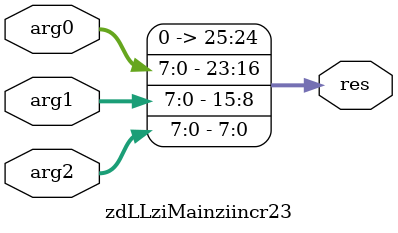
<source format=sv>
module top_level (input logic [0:0] clk,
  input logic [0:0] rst,
  input logic [0:0] __in0,
  output logic [7:0] __out0);
  logic [16:0] gzdLLziMainzisig;
  logic [16:0] gzdLLziMainziincr;
  logic [25:0] callRes;
  logic [16:0] gzdLLziMainzisig2;
  logic [15:0] gMainziincr;
  logic [23:0] gzdLLziMainziincr33;
  logic [23:0] gzdLLziMainziincr23;
  logic [25:0] callResR1;
  logic [25:0] gzdLLziMainziincr29;
  logic [25:0] gzdLLziMainziincr27;
  logic [23:0] gzdLLziMainziincr3;
  logic [23:0] gzdLLziMainziincr26;
  logic [23:0] gzdLLziMainziincr23R1;
  logic [25:0] callResR2;
  logic [33:0] gzdLLziMainziincr22;
  logic [33:0] gzdLLziMainziincr19;
  logic [31:0] gzdLLziMainziincr2;
  logic [15:0] gzdLLziMainziincr18;
  logic [15:0] gzdLLziMainziincr7;
  logic [25:0] callResR3;
  logic [41:0] gzdLLziMainziincr14;
  logic [41:0] gzdLLziMainziincr11;
  logic [31:0] gzdLLziMainziincr1;
  logic [15:0] binOp;
  logic [15:0] gzdLLziMainziincr10;
  logic [15:0] gzdLLziMainziincr7R1;
  logic [25:0] callResR4;
  logic [25:0] gzdLLziMainziincr6;
  logic [25:0] gzdLLziMainziincrR1;
  logic [25:0] callResR5;
  logic [0:0] __continue;
  logic [0:0] __padding;
  logic [7:0] __st0;
  logic [7:0] __st1;
  logic [7:0] __st0_next;
  logic [7:0] __st1_next;
  assign gzdLLziMainzisig = {__in0, {__st0, __st1}};
  assign gzdLLziMainziincr = {gzdLLziMainzisig[15:8], gzdLLziMainzisig[7:0], gzdLLziMainzisig[16]};
  zdLLziMainziincr  zdLLziMainziincr (gzdLLziMainziincr[16:9], gzdLLziMainziincr[8:1], callRes);
  assign gzdLLziMainzisig2 = {gzdLLziMainzisig[15:8], gzdLLziMainzisig[7:0], gzdLLziMainzisig[16]};
  assign gMainziincr = {gzdLLziMainzisig2[16:9], gzdLLziMainzisig2[8:1]};
  assign gzdLLziMainziincr33 = {gMainziincr[15:8], gMainziincr[15:8], gMainziincr[7:0]};
  assign gzdLLziMainziincr23 = gzdLLziMainziincr33[23:0];
  zdLLziMainziincr23  zdLLziMainziincr23 (gzdLLziMainziincr23[23:16], gzdLLziMainziincr23[15:8], gzdLLziMainziincr23[7:0], callResR1);
  assign gzdLLziMainziincr29 = callResR1;
  assign gzdLLziMainziincr27 = gzdLLziMainziincr29[25:0];
  assign gzdLLziMainziincr3 = {gzdLLziMainziincr27[23:16], gzdLLziMainziincr27[15:8], gzdLLziMainziincr27[7:0]};
  assign gzdLLziMainziincr26 = {gzdLLziMainziincr3[7:0], gzdLLziMainziincr3[15:8], gzdLLziMainziincr3[7:0]};
  assign gzdLLziMainziincr23R1 = gzdLLziMainziincr26[23:0];
  zdLLziMainziincr23  zdLLziMainziincr23R1 (gzdLLziMainziincr23R1[23:16], gzdLLziMainziincr23R1[15:8], gzdLLziMainziincr23R1[7:0], callResR2);
  assign gzdLLziMainziincr22 = {gzdLLziMainziincr3[23:16], callResR2};
  assign gzdLLziMainziincr19 = {gzdLLziMainziincr22[33:26], gzdLLziMainziincr22[25:0]};
  assign gzdLLziMainziincr2 = {gzdLLziMainziincr19[33:26], gzdLLziMainziincr19[23:16], gzdLLziMainziincr19[15:8], gzdLLziMainziincr19[7:0]};
  assign gzdLLziMainziincr18 = {gzdLLziMainziincr2[23:16], gzdLLziMainziincr2[7:0]};
  assign gzdLLziMainziincr7 = gzdLLziMainziincr18[15:0];
  zdLLziMainziincr7  zdLLziMainziincr7 (gzdLLziMainziincr7[15:8], gzdLLziMainziincr7[7:0], callResR3);
  assign gzdLLziMainziincr14 = {gzdLLziMainziincr2[31:24], gzdLLziMainziincr2[23:16], callResR3};
  assign gzdLLziMainziincr11 = {gzdLLziMainziincr14[41:34], gzdLLziMainziincr14[33:26], gzdLLziMainziincr14[25:0]};
  assign gzdLLziMainziincr1 = {gzdLLziMainziincr11[41:34], gzdLLziMainziincr11[33:26], gzdLLziMainziincr11[15:8], gzdLLziMainziincr11[7:0]};
  assign binOp = {gzdLLziMainziincr1[31:24], gzdLLziMainziincr1[23:16]};
  assign gzdLLziMainziincr10 = {gzdLLziMainziincr1[15:8], binOp[15:8] + binOp[7:0]};
  assign gzdLLziMainziincr7R1 = gzdLLziMainziincr10[15:0];
  zdLLziMainziincr7  zdLLziMainziincr7R1 (gzdLLziMainziincr7R1[15:8], gzdLLziMainziincr7R1[7:0], callResR4);
  assign gzdLLziMainziincr6 = callResR4;
  assign gzdLLziMainziincrR1 = gzdLLziMainziincr6[25:0];
  zdLLziMainziincr  zdLLziMainziincrR1 (gzdLLziMainziincrR1[15:8], gzdLLziMainziincrR1[7:0], callResR5);
  assign {__continue, __padding, __out0, __st0_next, __st1_next} = (gzdLLziMainzisig2[0] == 1'h1) ? callResR5 : callRes;
  initial {__st0, __st1} <= 16'h0001;
  always @ (posedge clk or posedge rst) begin
    if (rst == 1'h1) begin
      {__st0, __st1} <= 16'h0001;
    end else begin
      {__st0, __st1} <= {__st0_next, __st1_next};
    end
  end
endmodule

module zdLLziMainziincr (input logic [7:0] arg0,
  input logic [7:0] arg1,
  output logic [25:0] res);
  logic [15:0] gMainzisig;
  logic [23:0] gzdLLziMainzisig10;
  logic [23:0] gzdLLziMainziincr23;
  logic [25:0] callRes;
  logic [25:0] gzdLLziMainzisig6;
  logic [25:0] gzdLLziMainzisig4;
  logic [23:0] gzdLLziMainzisig1;
  assign gMainzisig = {arg0, arg1};
  assign gzdLLziMainzisig10 = {gMainzisig[15:8], gMainzisig[15:8], gMainzisig[7:0]};
  assign gzdLLziMainziincr23 = gzdLLziMainzisig10[23:0];
  zdLLziMainziincr23  zdLLziMainziincr23 (gzdLLziMainziincr23[23:16], gzdLLziMainziincr23[15:8], gzdLLziMainziincr23[7:0], callRes);
  assign gzdLLziMainzisig6 = callRes;
  assign gzdLLziMainzisig4 = gzdLLziMainzisig6[25:0];
  assign gzdLLziMainzisig1 = {gzdLLziMainzisig4[23:16], gzdLLziMainzisig4[15:8], gzdLLziMainzisig4[7:0]};
  assign res = {2'h2, gzdLLziMainzisig1[23:16], gzdLLziMainzisig1[15:8], gzdLLziMainzisig1[7:0]};
endmodule

module zdLLziMainziincr7 (input logic [7:0] arg0,
  input logic [7:0] arg1,
  output logic [25:0] res);
  assign res = {10'h100, arg0, arg1};
endmodule

module zdLLziMainziincr23 (input logic [7:0] arg0,
  input logic [7:0] arg1,
  input logic [7:0] arg2,
  output logic [25:0] res);
  assign res = {2'h0, arg0, arg1, arg2};
endmodule
</source>
